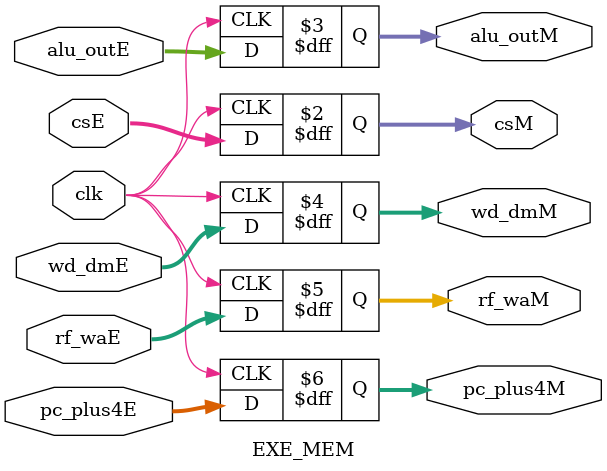
<source format=v>
module EXE_MEM(
    input wire clk,
    input wire [3:0] csE,
    input wire [31:0] alu_outE,
    input wire [31:0] wd_dmE,
    input wire [4:0] rf_waE,
    input wire [31:0] pc_plus4E,
    output reg [3:0] csM,
    output reg [31:0] alu_outM,
    output reg [31:0] wd_dmM,
    output reg [4:0] rf_waM,
    output reg [31:0] pc_plus4M
    );
    
    always @ (posedge clk) begin
        csM = csE;
        alu_outM = alu_outE;
        wd_dmM = wd_dmE;
        rf_waM = rf_waE;
        pc_plus4M = pc_plus4E;
    end
    
endmodule
</source>
